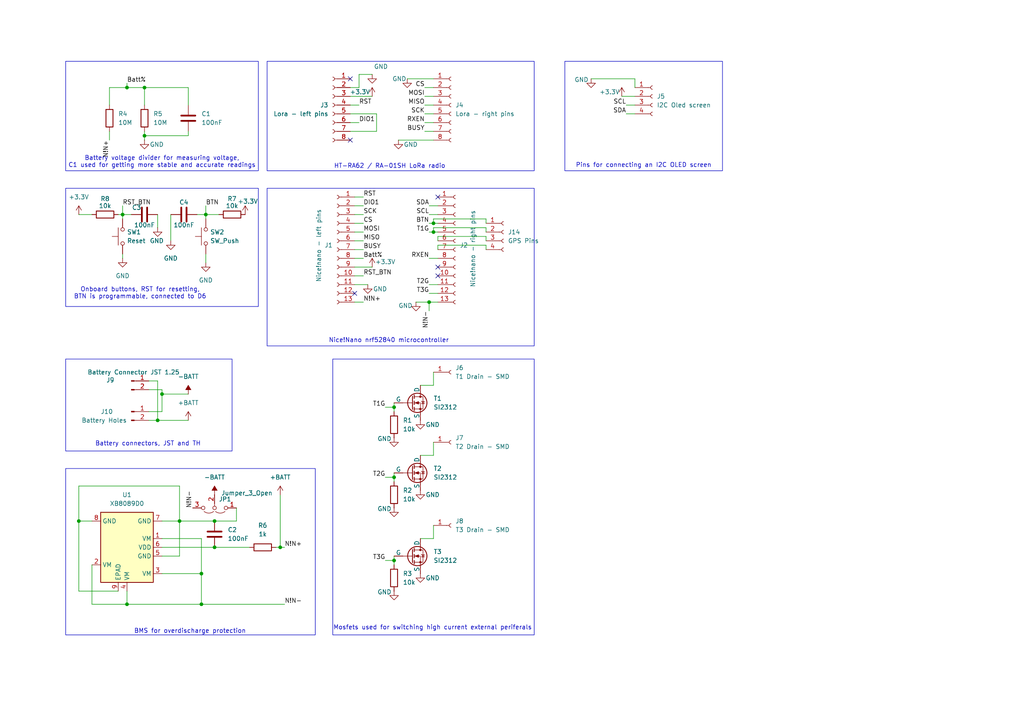
<source format=kicad_sch>
(kicad_sch (version 20250114) (generator "eeschema") (generator_version "9.0")
  (paper "A4")
  (title_block (title "fakeTec v5") (date "2025-03-19") (rev "2"))
  (lib_symbols
    (symbol "Connector:Conn_01x01_Socket" (pin_names (offset 1.016) (hide yes))
      (property "Reference" "J" (at 0 2.54 0))
      (property "Value" "Conn_01x01_Socket" (at 0 -2.54 0))
      (symbol "Conn_01x01_Socket_1_1"
        (polyline (pts (xy -1.27 0) (xy -0.508 0)) (stroke (width 0.1524)))
        (arc (start 0 -0.508) (mid -0.5058 0) (end 0 0.508) (stroke (width 0.1524)))
        (pin passive line (at -5.08 0 0) (length 3.81) (name "Pin_1") (number "1"))
      )
    )
    (symbol "Connector:Conn_01x02_Pin" (pin_names (offset 1.016) (hide yes))
      (property "Reference" "J" (at 0 2.54 0))
      (property "Value" "Conn_01x02_Pin" (at 0 -5.08 0))
      (symbol "Conn_01x02_Pin_1_1"
        (rectangle (start 0.8636 0.127) (end 0 -0.127) (stroke (width 0.1524)) (fill (type outline)))
        (rectangle (start 0.8636 -2.413) (end 0 -2.667) (stroke (width 0.1524)) (fill (type outline)))
        (polyline (pts (xy 1.27 0) (xy 0.8636 0)) (stroke (width 0.1524)))
        (polyline (pts (xy 1.27 -2.54) (xy 0.8636 -2.54)) (stroke (width 0.1524)))
        (pin passive line (at 5.08 0 180) (length 3.81) (name "Pin_1") (number "1"))
        (pin passive line (at 5.08 -2.54 180) (length 3.81) (name "Pin_2") (number "2"))
      )
    )
    (symbol "Connector:Conn_01x04_Socket" (pin_names (offset 1.016) (hide yes))
      (property "Reference" "J" (at 0 5.08 0))
      (property "Value" "Conn_01x04_Socket" (at 0 -7.62 0))
      (symbol "Conn_01x04_Socket_1_1"
        (polyline (pts (xy -1.27 2.54) (xy -0.508 2.54)) (stroke (width 0.1524)))
        (polyline (pts (xy -1.27 0) (xy -0.508 0)) (stroke (width 0.1524)))
        (polyline (pts (xy -1.27 -2.54) (xy -0.508 -2.54)) (stroke (width 0.1524)))
        (polyline (pts (xy -1.27 -5.08) (xy -0.508 -5.08)) (stroke (width 0.1524)))
        (arc (start 0 2.032) (mid -0.5058 2.54) (end 0 3.048) (stroke (width 0.1524)))
        (arc (start 0 -0.508) (mid -0.5058 0) (end 0 0.508) (stroke (width 0.1524)))
        (arc (start 0 -3.048) (mid -0.5058 -2.54) (end 0 -2.032) (stroke (width 0.1524)))
        (arc (start 0 -5.588) (mid -0.5058 -5.08) (end 0 -4.572) (stroke (width 0.1524)))
        (pin passive line (at -5.08 2.54 0) (length 3.81) (name "Pin_1") (number "1"))
        (pin passive line (at -5.08 0 0) (length 3.81) (name "Pin_2") (number "2"))
        (pin passive line (at -5.08 -2.54 0) (length 3.81) (name "Pin_3") (number "3"))
        (pin passive line (at -5.08 -5.08 0) (length 3.81) (name "Pin_4") (number "4"))
      )
    )
    (symbol "Connector:Conn_01x08_Socket" (pin_names (offset 1.016) (hide yes))
      (property "Reference" "J" (at 0 10.16 0))
      (property "Value" "Conn_01x08_Socket" (at 0 -12.7 0))
      (symbol "Conn_01x08_Socket_1_1"
        (polyline (pts (xy -1.27 7.62) (xy -0.508 7.62)) (stroke (width 0.1524)))
        (polyline (pts (xy -1.27 5.08) (xy -0.508 5.08)) (stroke (width 0.1524)))
        (polyline (pts (xy -1.27 2.54) (xy -0.508 2.54)) (stroke (width 0.1524)))
        (polyline (pts (xy -1.27 0) (xy -0.508 0)) (stroke (width 0.1524)))
        (polyline (pts (xy -1.27 -2.54) (xy -0.508 -2.54)) (stroke (width 0.1524)))
        (polyline (pts (xy -1.27 -5.08) (xy -0.508 -5.08)) (stroke (width 0.1524)))
        (polyline (pts (xy -1.27 -7.62) (xy -0.508 -7.62)) (stroke (width 0.1524)))
        (polyline (pts (xy -1.27 -10.16) (xy -0.508 -10.16)) (stroke (width 0.1524)))
        (arc (start 0 7.112) (mid -0.5058 7.62) (end 0 8.128) (stroke (width 0.1524)))
        (arc (start 0 4.572) (mid -0.5058 5.08) (end 0 5.588) (stroke (width 0.1524)))
        (arc (start 0 2.032) (mid -0.5058 2.54) (end 0 3.048) (stroke (width 0.1524)))
        (arc (start 0 -0.508) (mid -0.5058 0) (end 0 0.508) (stroke (width 0.1524)))
        (arc (start 0 -3.048) (mid -0.5058 -2.54) (end 0 -2.032) (stroke (width 0.1524)))
        (arc (start 0 -5.588) (mid -0.5058 -5.08) (end 0 -4.572) (stroke (width 0.1524)))
        (arc (start 0 -8.128) (mid -0.5058 -7.62) (end 0 -7.112) (stroke (width 0.1524)))
        (arc (start 0 -10.668) (mid -0.5058 -10.16) (end 0 -9.652) (stroke (width 0.1524)))
        (pin passive line (at -5.08 7.62 0) (length 3.81) (name "Pin_1") (number "1"))
        (pin passive line (at -5.08 5.08 0) (length 3.81) (name "Pin_2") (number "2"))
        (pin passive line (at -5.08 2.54 0) (length 3.81) (name "Pin_3") (number "3"))
        (pin passive line (at -5.08 0 0) (length 3.81) (name "Pin_4") (number "4"))
        (pin passive line (at -5.08 -2.54 0) (length 3.81) (name "Pin_5") (number "5"))
        (pin passive line (at -5.08 -5.08 0) (length 3.81) (name "Pin_6") (number "6"))
        (pin passive line (at -5.08 -7.62 0) (length 3.81) (name "Pin_7") (number "7"))
        (pin passive line (at -5.08 -10.16 0) (length 3.81) (name "Pin_8") (number "8"))
      )
    )
    (symbol "Connector:Conn_01x13_Socket" (pin_names (offset 1.016) (hide yes))
      (property "Reference" "J" (at 0 17.78 0))
      (property "Value" "Conn_01x13_Socket" (at 0 -17.78 0))
      (symbol "Conn_01x13_Socket_1_1"
        (polyline (pts (xy -1.27 15.24) (xy -0.508 15.24)) (stroke (width 0.1524)))
        (polyline (pts (xy -1.27 12.7) (xy -0.508 12.7)) (stroke (width 0.1524)))
        (polyline (pts (xy -1.27 10.16) (xy -0.508 10.16)) (stroke (width 0.1524)))
        (polyline (pts (xy -1.27 7.62) (xy -0.508 7.62)) (stroke (width 0.1524)))
        (polyline (pts (xy -1.27 5.08) (xy -0.508 5.08)) (stroke (width 0.1524)))
        (polyline (pts (xy -1.27 2.54) (xy -0.508 2.54)) (stroke (width 0.1524)))
        (polyline (pts (xy -1.27 0) (xy -0.508 0)) (stroke (width 0.1524)))
        (polyline (pts (xy -1.27 -2.54) (xy -0.508 -2.54)) (stroke (width 0.1524)))
        (polyline (pts (xy -1.27 -5.08) (xy -0.508 -5.08)) (stroke (width 0.1524)))
        (polyline (pts (xy -1.27 -7.62) (xy -0.508 -7.62)) (stroke (width 0.1524)))
        (polyline (pts (xy -1.27 -10.16) (xy -0.508 -10.16)) (stroke (width 0.1524)))
        (polyline (pts (xy -1.27 -12.7) (xy -0.508 -12.7)) (stroke (width 0.1524)))
        (polyline (pts (xy -1.27 -15.24) (xy -0.508 -15.24)) (stroke (width 0.1524)))
        (arc (start 0 14.732) (mid -0.5058 15.24) (end 0 15.748) (stroke (width 0.1524)))
        (arc (start 0 12.192) (mid -0.5058 12.7) (end 0 13.208) (stroke (width 0.1524)))
        (arc (start 0 9.652) (mid -0.5058 10.16) (end 0 10.668) (stroke (width 0.1524)))
        (arc (start 0 7.112) (mid -0.5058 7.62) (end 0 8.128) (stroke (width 0.1524)))
        (arc (start 0 4.572) (mid -0.5058 5.08) (end 0 5.588) (stroke (width 0.1524)))
        (arc (start 0 2.032) (mid -0.5058 2.54) (end 0 3.048) (stroke (width 0.1524)))
        (arc (start 0 -0.508) (mid -0.5058 0) (end 0 0.508) (stroke (width 0.1524)))
        (arc (start 0 -3.048) (mid -0.5058 -2.54) (end 0 -2.032) (stroke (width 0.1524)))
        (arc (start 0 -5.588) (mid -0.5058 -5.08) (end 0 -4.572) (stroke (width 0.1524)))
        (arc (start 0 -8.128) (mid -0.5058 -7.62) (end 0 -7.112) (stroke (width 0.1524)))
        (arc (start 0 -10.668) (mid -0.5058 -10.16) (end 0 -9.652) (stroke (width 0.1524)))
        (arc (start 0 -13.208) (mid -0.5058 -12.7) (end 0 -12.192) (stroke (width 0.1524)))
        (arc (start 0 -15.748) (mid -0.5058 -15.24) (end 0 -14.732) (stroke (width 0.1524)))
        (pin passive line (at -5.08 15.24 0) (length 3.81) (name "Pin_1") (number "1"))
        (pin passive line (at -5.08 12.7 0) (length 3.81) (name "Pin_2") (number "2"))
        (pin passive line (at -5.08 10.16 0) (length 3.81) (name "Pin_3") (number "3"))
        (pin passive line (at -5.08 7.62 0) (length 3.81) (name "Pin_4") (number "4"))
        (pin passive line (at -5.08 5.08 0) (length 3.81) (name "Pin_5") (number "5"))
        (pin passive line (at -5.08 2.54 0) (length 3.81) (name "Pin_6") (number "6"))
        (pin passive line (at -5.08 0 0) (length 3.81) (name "Pin_7") (number "7"))
        (pin passive line (at -5.08 -2.54 0) (length 3.81) (name "Pin_8") (number "8"))
        (pin passive line (at -5.08 -5.08 0) (length 3.81) (name "Pin_9") (number "9"))
        (pin passive line (at -5.08 -7.62 0) (length 3.81) (name "Pin_10") (number "10"))
        (pin passive line (at -5.08 -10.16 0) (length 3.81) (name "Pin_11") (number "11"))
        (pin passive line (at -5.08 -12.7 0) (length 3.81) (name "Pin_12") (number "12"))
        (pin passive line (at -5.08 -15.24 0) (length 3.81) (name "Pin_13") (number "13"))
      )
    )
    (symbol "Device:C" (pin_numbers (hide yes)) (pin_names (offset 0.254))
      (property "Reference" "C" (at 0.635 2.54 0))
      (property "Value" "C" (at 0.635 -2.54 0))
      (symbol "C_0_1"
        (polyline (pts (xy -2.032 0.762) (xy 2.032 0.762)) (stroke (width 0.508)))
        (polyline (pts (xy -2.032 -0.762) (xy 2.032 -0.762)) (stroke (width 0.508)))
      )
      (symbol "C_1_1"
        (pin passive line (at 0 3.81 270) (length 2.794) (name "~") (number "1"))
        (pin passive line (at 0 -3.81 90) (length 2.794) (name "~") (number "2"))
      )
    )
    (symbol "Device:R" (pin_numbers (hide yes)) (pin_names (offset 0))
      (property "Reference" "R" (at 2.032 0 90))
      (property "Value" "R" (at 0 0 90))
      (symbol "R_0_1"
        (rectangle (start -1.016 -2.54) (end 1.016 2.54) (stroke (width 0.254)))
      )
      (symbol "R_1_1"
        (pin passive line (at 0 3.81 270) (length 1.27) (name "~") (number "1"))
        (pin passive line (at 0 -3.81 90) (length 1.27) (name "~") (number "2"))
      )
    )
    (symbol "Jumper:Jumper_3_Open" (pin_names (offset 0) (hide yes)) (exclude_from_sim yes) (in_bom no)
      (property "Reference" "JP" (at -2.54 -2.54 0))
      (property "Value" "Jumper_3_Open" (at 0 2.794 0))
      (symbol "Jumper_3_Open_0_0"
        (circle (center -3.302 0) (radius 0.508))
        (circle (center 0 0) (radius 0.508))
        (circle (center 3.302 0) (radius 0.508))
      )
      (symbol "Jumper_3_Open_0_1"
        (arc (start -3.048 1.016) (mid -1.651 1.4992) (end -0.254 1.016))
        (polyline (pts (xy 0 -0.508) (xy 0 -1.27)))
        (arc (start 0.254 1.016) (mid 1.651 1.4992) (end 3.048 1.016))
      )
      (symbol "Jumper_3_Open_1_1"
        (pin passive line (at -6.35 0 0) (length 2.54) (name "A") (number "1"))
        (pin passive line (at 0 -3.81 90) (length 2.54) (name "C") (number "2"))
        (pin passive line (at 6.35 0 180) (length 2.54) (name "B") (number "3"))
      )
    )
    (symbol "Regulator_Switching:LM25085MY"
      (property "Reference" "U1" (at 0 15.24 0))
      (property "Value" "XB8089D0" (at 0 12.7 0))
      (symbol "LM25085MY_0_1"
        (rectangle (start -7.62 10.16) (end 7.62 -10.16) (stroke (width 0.254)) (fill (type background)))
      )
      (symbol "LM25085MY_1_1"
        (pin passive line (at -10.16 7.62 0) (length 2.54) (name "GND") (number "8"))
        (pin bidirectional line (at -10.16 -5.08 0) (length 2.54) (name "VM") (number "2"))
        (pin passive line (at -2.54 -12.7 90) (length 2.54) (name "EPAD") (number "9"))
        (pin bidirectional line (at 0 -12.7 90) (length 2.54) (name "VM") (number "4"))
        (pin passive line (at 10.16 7.62 180) (length 2.54) (name "GND") (number "7"))
        (pin bidirectional line (at 10.16 2.54 180) (length 2.54) (name "VM") (number "1"))
        (pin power_in line (at 10.16 0 180) (length 2.54) (name "VDD") (number "6"))
        (pin passive line (at 10.16 -2.54 180) (length 2.54) (name "GND") (number "5"))
        (pin bidirectional line (at 10.16 -7.62 180) (length 2.54) (name "VM") (number "3"))
      )
    )
    (symbol "Simulation_SPICE:NMOS" (pin_numbers (hide yes)) (pin_names (offset 0))
      (property "Reference" "Q" (at 5.08 1.27 0))
      (property "Value" "NMOS" (at 5.08 -1.27 0))
      (symbol "NMOS_0_1"
        (polyline (pts (xy 0.254 1.905) (xy 0.254 -1.905)) (stroke (width 0.254)))
        (polyline (pts (xy 0.254 0) (xy -2.54 0)))
        (polyline (pts (xy 0.762 2.286) (xy 0.762 1.27)) (stroke (width 0.254)))
        (polyline (pts (xy 0.762 0.508) (xy 0.762 -0.508)) (stroke (width 0.254)))
        (polyline (pts (xy 0.762 -1.27) (xy 0.762 -2.286)) (stroke (width 0.254)))
        (polyline (pts (xy 0.762 -1.778) (xy 3.302 -1.778) (xy 3.302 1.778) (xy 0.762 1.778)))
        (polyline (pts (xy 1.016 0) (xy 2.032 0.381) (xy 2.032 -0.381) (xy 1.016 0)) (fill (type outline)))
        (circle (center 1.651 0) (radius 2.794) (stroke (width 0.254)))
        (polyline (pts (xy 2.54 2.54) (xy 2.54 1.778)))
        (circle (center 2.54 1.778) (radius 0.254) (fill (type outline)))
        (circle (center 2.54 -1.778) (radius 0.254) (fill (type outline)))
        (polyline (pts (xy 2.54 -2.54) (xy 2.54 0) (xy 0.762 0)))
        (polyline (pts (xy 2.794 0.508) (xy 2.921 0.381) (xy 3.683 0.381) (xy 3.81 0.254)))
        (polyline (pts (xy 3.302 0.381) (xy 2.921 -0.254) (xy 3.683 -0.254) (xy 3.302 0.381)))
      )
      (symbol "NMOS_1_1"
        (pin input line (at -5.08 0 0) (length 2.54) (name "G") (number "2"))
        (pin passive line (at 2.54 5.08 270) (length 2.54) (name "D") (number "1"))
        (pin passive line (at 2.54 -5.08 90) (length 2.54) (name "S") (number "3"))
      )
    )
    (symbol "Switch:SW_Push" (pin_numbers (hide yes)) (pin_names (offset 1.016) (hide yes))
      (property "Reference" "SW" (at 1.27 2.54 0))
      (property "Value" "SW_Push" (at 0 -1.524 0))
      (symbol "SW_Push_0_1"
        (circle (center -2.032 0) (radius 0.508))
        (polyline (pts (xy 0 1.27) (xy 0 3.048)))
        (circle (center 2.032 0) (radius 0.508))
        (polyline (pts (xy 2.54 1.27) (xy -2.54 1.27)))
        (pin passive line (at -5.08 0 0) (length 2.54) (name "1") (number "1"))
        (pin passive line (at 5.08 0 180) (length 2.54) (name "2") (number "2"))
      )
    )
    (symbol "power:+3.3V" (power) (pin_numbers (hide yes)) (pin_names (offset 0) (hide yes))
      (property "Value" "+3.3V" (at 0 3.556 0))
      (symbol "+3.3V_0_1"
        (polyline (pts (xy -0.762 1.27) (xy 0 2.54)))
        (polyline (pts (xy 0 2.54) (xy 0.762 1.27)))
        (polyline (pts (xy 0 0) (xy 0 2.54)))
      )
      (symbol "+3.3V_1_1"
        (pin power_in line (at 0 0 90) (length 0) (name "~") (number "1"))
      )
    )
    (symbol "power:+BATT" (power) (pin_numbers (hide yes)) (pin_names (offset 0) (hide yes))
      (property "Value" "+BATT" (at 0 3.556 0))
      (symbol "+BATT_0_1"
        (polyline (pts (xy -0.762 1.27) (xy 0 2.54)))
        (polyline (pts (xy 0 2.54) (xy 0.762 1.27)))
        (polyline (pts (xy 0 0) (xy 0 2.54)))
      )
      (symbol "+BATT_1_1"
        (pin power_in line (at 0 0 90) (length 0) (name "~") (number "1"))
      )
    )
    (symbol "power:-BATT" (power) (pin_numbers (hide yes)) (pin_names (offset 0) (hide yes))
      (property "Value" "-BATT" (at 0 3.556 0))
      (symbol "-BATT_0_1"
        (polyline (pts (xy 0 0) (xy 0 2.54)))
        (polyline (pts (xy 0.762 1.27) (xy -0.762 1.27) (xy 0 2.54) (xy 0.762 1.27)) (fill (type outline)))
      )
      (symbol "-BATT_1_1"
        (pin power_in line (at 0 0 90) (length 0) (name "~") (number "1"))
      )
    )
    (symbol "power:GND" (power) (pin_numbers (hide yes)) (pin_names (offset 0) (hide yes))
      (property "Value" "GND" (at 0 -3.81 0))
      (symbol "GND_0_1"
        (polyline (pts (xy 0 0) (xy 0 -1.27) (xy 1.27 -1.27) (xy 0 -2.54) (xy -1.27 -1.27) (xy 0 -1.27)))
      )
      (symbol "GND_1_1"
        (pin power_in line (at 0 0 270) (length 0) (name "~") (number "1"))
      )
    )
  )
  (rectangle (start 19.05 17.78) (end 74.93 49.53))
  (rectangle (start 163.83 17.78) (end 209.55 49.53))
  (rectangle (start 77.47 17.78) (end 154.94 49.53))
  (rectangle (start 19.05 54.61) (end 74.93 88.9))
  (rectangle (start 96.52 104.14) (end 154.94 184.15))
  (rectangle (start 19.05 104.14) (end 67.31 130.81))
  (rectangle (start 77.47 54.61) (end 154.94 100.33))
  (rectangle (start 19.05 135.89) (end 91.44 184.15))
  (text "Nice!Nano nrf52840 microcontroller\n" (at 112.776 98.806 0) (effects (font (size 1.27 1.27))))
  (text "Mosfets used for switching high current external periferals" (at 125.476 182.118 0) (effects (font (size 1.27 1.27))))
  (text "BMS for overdischarge protection" (at 55.118 183.134 0) (effects (font (size 1.27 1.27))))
  (text "Battery voltage divider for measuring voltage,\nC1 used for getting more stable and accurate readings" (at 46.99 46.99 0) (effects (font (size 1.27 1.27))))
  (text "HT-RA62 / RA-01SH LoRa radio" (at 113.03 48.26 0) (effects (font (size 1.27 1.27))))
  (text "Onboard buttons, RST for resetting,\nBTN is programmable, connected to D6\n\n" (at 40.64 86.106 0) (effects (font (size 1.27 1.27))))
  (text "Battery connectors, JST and TH\n\n" (at 42.926 129.794 0) (effects (font (size 1.27 1.27))))
  (text "Pins for connecting an I2C OLED screen\n" (at 186.69 48.006 0) (effects (font (size 1.27 1.27))))
  (junction (at 59.69 62.23))
  (junction (at 114.3 162.56))
  (junction (at 81.28 158.75))
  (junction (at 62.23 158.75))
  (junction (at 58.42 175.26))
  (junction (at 124.46 87.63))
  (junction (at 125.73 64.77))
  (junction (at 22.86 151.13))
  (junction (at 114.3 138.43))
  (junction (at 36.83 25.4))
  (junction (at 41.91 25.4))
  (junction (at 36.83 175.26))
  (junction (at 58.42 166.37))
  (junction (at 125.73 67.31))
  (junction (at 52.07 151.13))
  (junction (at 62.23 151.13))
  (junction (at 46.99 114.3))
  (junction (at 45.72 121.92))
  (junction (at 35.56 62.23))
  (junction (at 41.91 39.37))
  (junction (at 114.3 118.11))
  (no_connect (at 127 80.01))
  (no_connect (at 101.6 40.64))
  (no_connect (at 127 77.47))
  (no_connect (at 127 57.15))
  (no_connect (at 101.6 22.86))
  (no_connect (at 102.87 85.09))
  (wire (pts (xy 62.23 151.13) (xy 68.58 151.13)))
  (wire (pts (xy 54.61 30.48) (xy 54.61 25.4)))
  (wire (pts (xy 123.19 33.02) (xy 125.73 33.02)))
  (wire (pts (xy 35.56 59.69) (xy 35.56 62.23)))
  (wire (pts (xy 123.19 38.1) (xy 125.73 38.1)))
  (wire (pts (xy 102.87 82.55) (xy 106.68 82.55)))
  (wire (pts (xy 46.99 113.03) (xy 46.99 114.3)))
  (wire (pts (xy 34.29 171.45) (xy 22.86 171.45)))
  (wire (pts (xy 46.99 113.03) (xy 43.18 113.03)))
  (wire (pts (xy 81.28 158.75) (xy 82.55 158.75)))
  (wire (pts (xy 102.87 64.77) (xy 105.41 64.77)))
  (wire (pts (xy 102.87 59.69) (xy 105.41 59.69)))
  (wire (pts (xy 31.75 38.1) (xy 31.75 40.64)))
  (wire (pts (xy 46.99 161.29) (xy 52.07 161.29)))
  (wire (pts (xy 114.3 138.43) (xy 114.3 139.7)))
  (wire (pts (xy 41.91 39.37) (xy 54.61 39.37)))
  (wire (pts (xy 101.6 33.02) (xy 109.22 33.02)))
  (wire (pts (xy 46.99 151.13) (xy 52.07 151.13)))
  (wire (pts (xy 54.61 25.4) (xy 41.91 25.4)))
  (wire (pts (xy 125.73 67.31) (xy 125.73 66.04)))
  (wire (pts (xy 31.75 25.4) (xy 31.75 30.48)))
  (wire (pts (xy 52.07 161.29) (xy 52.07 151.13)))
  (wire (pts (xy 45.72 121.92) (xy 54.61 121.92)))
  (wire (pts (xy 114.3 116.84) (xy 114.3 118.11)))
  (wire (pts (xy 34.29 62.23) (xy 35.56 62.23)))
  (wire (pts (xy 184.15 22.86) (xy 184.15 25.4)))
  (wire (pts (xy 124.46 82.55) (xy 127 82.55)))
  (wire (pts (xy 68.58 147.32) (xy 68.58 151.13)))
  (wire (pts (xy 124.46 59.69) (xy 127 59.69)))
  (wire (pts (xy 127 68.58) (xy 140.97 68.58)))
  (wire (pts (xy 140.97 68.58) (xy 140.97 69.85)))
  (wire (pts (xy 45.72 110.49) (xy 43.18 110.49)))
  (wire (pts (xy 101.6 25.4) (xy 104.14 25.4)))
  (wire (pts (xy 181.61 30.48) (xy 184.15 30.48)))
  (wire (pts (xy 102.87 67.31) (xy 105.41 67.31)))
  (wire (pts (xy 58.42 166.37) (xy 58.42 175.26)))
  (wire (pts (xy 109.22 33.02) (xy 109.22 38.1)))
  (wire (pts (xy 57.15 62.23) (xy 59.69 62.23)))
  (wire (pts (xy 125.73 63.5) (xy 140.97 63.5)))
  (wire (pts (xy 127 71.12) (xy 140.97 71.12)))
  (wire (pts (xy 46.99 166.37) (xy 58.42 166.37)))
  (wire (pts (xy 58.42 156.21) (xy 58.42 166.37)))
  (wire (pts (xy 35.56 62.23) (xy 35.56 63.5)))
  (wire (pts (xy 52.07 151.13) (xy 62.23 151.13)))
  (wire (pts (xy 124.46 62.23) (xy 127 62.23)))
  (wire (pts (xy 124.46 67.31) (xy 125.73 67.31)))
  (wire (pts (xy 124.46 64.77) (xy 125.73 64.77)))
  (wire (pts (xy 101.6 38.1) (xy 109.22 38.1)))
  (wire (pts (xy 140.97 71.12) (xy 140.97 72.39)))
  (wire (pts (xy 26.67 163.83) (xy 26.67 175.26)))
  (wire (pts (xy 118.11 22.86) (xy 125.73 22.86)))
  (wire (pts (xy 59.69 62.23) (xy 59.69 63.5)))
  (wire (pts (xy 102.87 87.63) (xy 105.41 87.63)))
  (wire (pts (xy 41.91 30.48) (xy 41.91 25.4)))
  (wire (pts (xy 115.57 40.64) (xy 125.73 40.64)))
  (wire (pts (xy 59.69 73.66) (xy 59.69 76.2)))
  (wire (pts (xy 180.34 27.94) (xy 184.15 27.94)))
  (wire (pts (xy 102.87 69.85) (xy 105.41 69.85)))
  (wire (pts (xy 124.46 87.63) (xy 124.46 90.17)))
  (wire (pts (xy 46.99 158.75) (xy 62.23 158.75)))
  (wire (pts (xy 49.53 62.23) (xy 49.53 69.85)))
  (wire (pts (xy 125.73 128.27) (xy 125.73 132.08)))
  (wire (pts (xy 36.83 171.45) (xy 36.83 175.26)))
  (wire (pts (xy 102.87 62.23) (xy 105.41 62.23)))
  (wire (pts (xy 43.18 121.92) (xy 45.72 121.92)))
  (wire (pts (xy 62.23 158.75) (xy 72.39 158.75)))
  (wire (pts (xy 54.61 38.1) (xy 54.61 39.37)))
  (wire (pts (xy 140.97 63.5) (xy 140.97 64.77)))
  (wire (pts (xy 114.3 137.16) (xy 114.3 138.43)))
  (wire (pts (xy 58.42 175.26) (xy 82.55 175.26)))
  (wire (pts (xy 114.3 162.56) (xy 114.3 163.83)))
  (wire (pts (xy 123.19 30.48) (xy 125.73 30.48)))
  (wire (pts (xy 102.87 80.01) (xy 105.41 80.01)))
  (wire (pts (xy 31.75 25.4) (xy 36.83 25.4)))
  (wire (pts (xy 46.99 114.3) (xy 54.61 114.3)))
  (wire (pts (xy 59.69 59.69) (xy 59.69 62.23)))
  (wire (pts (xy 26.67 175.26) (xy 36.83 175.26)))
  (wire (pts (xy 43.18 119.38) (xy 46.99 119.38)))
  (wire (pts (xy 104.14 30.48) (xy 101.6 30.48)))
  (wire (pts (xy 114.3 161.29) (xy 114.3 162.56)))
  (wire (pts (xy 22.86 140.97) (xy 52.07 140.97)))
  (wire (pts (xy 36.83 24.13) (xy 36.83 25.4)))
  (wire (pts (xy 102.87 72.39) (xy 105.41 72.39)))
  (wire (pts (xy 123.19 27.94) (xy 125.73 27.94)))
  (wire (pts (xy 123.19 25.4) (xy 125.73 25.4)))
  (wire (pts (xy 124.46 85.09) (xy 127 85.09)))
  (wire (pts (xy 102.87 74.93) (xy 105.41 74.93)))
  (wire (pts (xy 125.73 64.77) (xy 127 64.77)))
  (wire (pts (xy 171.45 22.86) (xy 184.15 22.86)))
  (wire (pts (xy 80.01 158.75) (xy 81.28 158.75)))
  (wire (pts (xy 59.69 62.23) (xy 63.5 62.23)))
  (wire (pts (xy 46.99 119.38) (xy 46.99 114.3)))
  (wire (pts (xy 41.91 38.1) (xy 41.91 39.37)))
  (wire (pts (xy 102.87 77.47) (xy 107.95 77.47)))
  (wire (pts (xy 41.91 39.37) (xy 41.91 40.64)))
  (wire (pts (xy 46.99 156.21) (xy 58.42 156.21)))
  (wire (pts (xy 125.73 156.21) (xy 121.92 156.21)))
  (wire (pts (xy 125.73 107.95) (xy 125.73 111.76)))
  (wire (pts (xy 125.73 67.31) (xy 127 67.31)))
  (wire (pts (xy 36.83 175.26) (xy 58.42 175.26)))
  (wire (pts (xy 125.73 132.08) (xy 121.92 132.08)))
  (wire (pts (xy 127 69.85) (xy 127 68.58)))
  (wire (pts (xy 22.86 171.45) (xy 22.86 151.13)))
  (wire (pts (xy 36.83 25.4) (xy 41.91 25.4)))
  (wire (pts (xy 22.86 62.23) (xy 26.67 62.23)))
  (wire (pts (xy 45.72 110.49) (xy 45.72 121.92)))
  (wire (pts (xy 111.76 138.43) (xy 114.3 138.43)))
  (wire (pts (xy 45.72 62.23) (xy 45.72 66.04)))
  (wire (pts (xy 102.87 57.15) (xy 105.41 57.15)))
  (wire (pts (xy 114.3 118.11) (xy 114.3 119.38)))
  (wire (pts (xy 101.6 27.94) (xy 107.95 27.94)))
  (wire (pts (xy 81.28 143.51) (xy 81.28 158.75)))
  (wire (pts (xy 26.67 151.13) (xy 22.86 151.13)))
  (wire (pts (xy 107.95 21.59) (xy 104.14 21.59)))
  (wire (pts (xy 35.56 62.23) (xy 38.1 62.23)))
  (wire (pts (xy 125.73 111.76) (xy 121.92 111.76)))
  (wire (pts (xy 104.14 21.59) (xy 104.14 25.4)))
  (wire (pts (xy 111.76 118.11) (xy 114.3 118.11)))
  (wire (pts (xy 125.73 64.77) (xy 125.73 63.5)))
  (wire (pts (xy 120.65 87.63) (xy 124.46 87.63)))
  (wire (pts (xy 181.61 33.02) (xy 184.15 33.02)))
  (wire (pts (xy 127 72.39) (xy 127 71.12)))
  (wire (pts (xy 35.56 73.66) (xy 35.56 74.93)))
  (wire (pts (xy 124.46 74.93) (xy 127 74.93)))
  (wire (pts (xy 140.97 66.04) (xy 140.97 67.31)))
  (wire (pts (xy 52.07 140.97) (xy 52.07 151.13)))
  (wire (pts (xy 124.46 87.63) (xy 127 87.63)))
  (wire (pts (xy 22.86 151.13) (xy 22.86 140.97)))
  (wire (pts (xy 101.6 35.56) (xy 104.14 35.56)))
  (wire (pts (xy 111.76 162.56) (xy 114.3 162.56)))
  (wire (pts (xy 123.19 35.56) (xy 125.73 35.56)))
  (wire (pts (xy 125.73 152.4) (xy 125.73 156.21)))
  (wire (pts (xy 125.73 66.04) (xy 140.97 66.04)))
  (label "RST_BTN" (at 35.56 59.69 0))
  (label "T2G" (at 111.76 138.43 180))
  (label "SCK" (at 123.19 33.02 180))
  (label "N!N-" (at 82.55 175.26 0))
  (label "T1G" (at 111.76 118.11 180))
  (label "BTN" (at 124.46 64.77 180))
  (label "T3G" (at 111.76 162.56 180))
  (label "RST" (at 104.14 30.48 0))
  (label "Batt%" (at 36.83 24.13 0))
  (label "N!N+" (at 31.75 40.64 270))
  (label "CS" (at 123.19 25.4 180))
  (label "Batt%" (at 105.41 74.93 0))
  (label "DIO1" (at 104.14 35.56 0))
  (label "N!N-" (at 55.88 147.32 90))
  (label "DIO1" (at 105.41 59.69 0))
  (label "RXEN" (at 124.46 74.93 180))
  (label "SCL" (at 124.46 62.23 180))
  (label "N!N+" (at 105.41 87.63 0))
  (label "SDA" (at 181.61 33.02 180))
  (label "BUSY" (at 123.19 38.1 180))
  (label "CS" (at 105.41 64.77 0))
  (label "RXEN" (at 123.19 35.56 180))
  (label "MISO" (at 105.41 69.85 0))
  (label "T2G" (at 124.46 82.55 180))
  (label "T3G" (at 124.46 85.09 180))
  (label "SCK" (at 105.41 62.23 0))
  (label "N!N+" (at 82.55 158.75 0))
  (label "RST_BTN" (at 105.41 80.01 0))
  (label "MISO" (at 123.19 30.48 180))
  (label "SDA" (at 124.46 59.69 180))
  (label "BUSY" (at 105.41 72.39 0))
  (label "N!N-" (at 124.46 90.17 270))
  (label "T1G" (at 124.46 67.31 180))
  (label "SCL" (at 181.61 30.48 180))
  (label "RST" (at 105.41 57.15 0))
  (label "MOSI" (at 123.19 27.94 180))
  (label "MOSI" (at 105.41 67.31 0))
  (label "BTN" (at 59.69 59.69 0))
  (symbol (lib_id "power:GND") (at 171.45 22.86 0) (unit 1)
    (property "Reference" "#PWR02" (effects (hide yes)))
    (property "Value" "GND" (at 168.656 23.114 0))
    (property "Description" "Power symbol creates a global label with name \"GND\" , ground" (effects (hide yes)))
  )
  (symbol (lib_id "Simulation_SPICE:NMOS") (at 119.38 161.29 0) (unit 1)
    (property "Reference" "T3" (at 125.73 160.0199 0) (effects (justify left)))
    (property "Value" "SI2312" (at 125.73 162.5599 0) (effects (justify left)))
    (property "Footprint" "SMD_PAD:TSOT-23_HandSoldering_Updated" (effects (hide yes)))
    (property "Datasheet" "https://ngspice.sourceforge.io/docs/ngspice-html-manual/manual.xhtml#cha_MOSFETs" (effects (hide yes)))
    (property "Description" "N-MOSFET transistor, drain/source/gate" (effects (hide yes)))
    (property "Sim.Device" "NMOS" (effects (hide yes)))
    (property "Sim.Type" "VDMOS" (effects (hide yes)))
    (property "Sim.Pins" "1=D 2=G 3=S" (effects (hide yes)))
  )
  (symbol (lib_id "power:GND") (at 114.3 147.32 0) (unit 1)
    (property "Reference" "#PWR012" (effects (hide yes)))
    (property "Value" "GND" (at 111.506 147.574 0))
    (property "Description" "Power symbol creates a global label with name \"GND\" , ground" (effects (hide yes)))
  )
  (symbol (lib_id "power:GND") (at 59.69 76.2 0) (unit 1)
    (property "Reference" "#PWR04" (effects (hide yes)))
    (property "Value" "GND" (at 59.69 81.28 0))
    (property "Description" "Power symbol creates a global label with name \"GND\" , ground" (effects (hide yes)))
  )
  (symbol (lib_id "power:GND") (at 41.91 40.64 0) (unit 1)
    (property "Reference" "#PWR017" (effects (hide yes)))
    (property "Value" "GND" (at 45.466 41.91 0))
    (property "Description" "Power symbol creates a global label with name \"GND\" , ground" (effects (hide yes)))
  )
  (symbol (lib_id "power:GND") (at 35.56 74.93 0) (unit 1)
    (property "Reference" "#PWR03" (effects (hide yes)))
    (property "Value" "GND" (at 35.56 80.01 0))
    (property "Description" "Power symbol creates a global label with name \"GND\" , ground" (effects (hide yes)))
  )
  (symbol (lib_id "power:-BATT") (at 54.61 114.3 0) (unit 1)
    (property "Reference" "#PWR020" (effects (hide yes)))
    (property "Value" "-BATT" (at 54.61 109.22 0))
    (property "Description" "Power symbol creates a global label with name \"-BATT\"" (effects (hide yes)))
  )
  (symbol (lib_id "Device:R") (at 76.2 158.75 90) (unit 1)
    (property "Reference" "R6" (at 76.2 152.4 90))
    (property "Value" "1k" (at 76.2 154.94 90))
    (property "Footprint" "Resistor_SMD:R_1206_3216Metric_Pad1.30x1.75mm_HandSolder" (effects (hide yes)))
    (property "Description" "Resistor" (effects (hide yes)))
  )
  (symbol (lib_id "Device:R") (at 41.91 34.29 0) (unit 1)
    (property "Reference" "R5" (at 44.45 33.0199 0) (effects (justify left)))
    (property "Value" "10M" (at 44.45 35.5599 0) (effects (justify left)))
    (property "Footprint" "Resistor_SMD:R_1206_3216Metric_Pad1.30x1.75mm_HandSolder" (effects (hide yes)))
    (property "Description" "Resistor" (effects (hide yes)))
  )
  (symbol (lib_id "Device:C") (at 54.61 34.29 0) (unit 1)
    (property "Reference" "C1" (at 58.42 33.0199 0) (effects (justify left)))
    (property "Value" "100nF" (at 58.42 35.5599 0) (effects (justify left)))
    (property "Footprint" "Capacitor_SMD:C_1206_3216Metric_Pad1.33x1.80mm_HandSolder" (effects (hide yes)))
    (property "Description" "Unpolarized capacitor" (effects (hide yes)))
  )
  (symbol (lib_id "power:GND") (at 121.92 142.24 0) (unit 1)
    (property "Reference" "#PWR015" (effects (hide yes)))
    (property "Value" "GND" (at 125.476 143.51 0))
    (property "Description" "Power symbol creates a global label with name \"GND\" , ground" (effects (hide yes)))
  )
  (symbol (lib_id "power:GND") (at 115.57 40.64 0) (unit 1)
    (property "Reference" "#PWR05" (effects (hide yes)))
    (property "Value" "GND" (at 119.126 41.91 0))
    (property "Description" "Power symbol creates a global label with name \"GND\" , ground" (effects (hide yes)))
  )
  (symbol (lib_id "power:+3.3V") (at 22.86 62.23 0) (unit 1)
    (property "Reference" "#PWR023" (effects (hide yes)))
    (property "Value" "+3.3V" (at 22.86 57.15 0))
    (property "Description" "Power symbol creates a global label with name \"+3.3V\"" (effects (hide yes)))
  )
  (symbol (lib_id "power:+3.3V") (at 71.12 62.23 0) (unit 1)
    (property "Reference" "#PWR024" (effects (hide yes)))
    (property "Value" "+3.3V" (at 71.882 58.42 0))
    (property "Description" "Power symbol creates a global label with name \"+3.3V\"" (effects (hide yes)))
  )
  (symbol (lib_id "Connector:Conn_01x01_Socket") (at 130.81 152.4 0) (unit 1)
    (property "Reference" "J8" (at 132.08 151.1299 0) (effects (justify left)))
    (property "Value" "T3 Drain - SMD" (at 132.08 153.6699 0) (effects (justify left)))
    (property "Footprint" "SMD_PAD:SMD_PAD_1x1" (effects (hide yes)))
    (property "Description" "Generic connector, single row, 01x01, script generated" (effects (hide yes)))
  )
  (symbol (lib_id "power:GND") (at 106.68 82.55 0) (unit 1)
    (property "Reference" "#PWR09" (effects (hide yes)))
    (property "Value" "GND" (at 110.236 83.82 0))
    (property "Description" "Power symbol creates a global label with name \"GND\" , ground" (effects (hide yes)))
  )
  (symbol (lib_id "Regulator_Switching:LM25085MY") (at 36.83 158.75 0) (unit 1)
    (property "Reference" "U1" (at 36.83 143.51 0))
    (property "Value" "XB8089D0" (at 36.83 146.05 0))
    (property "Footprint" "Package_SO:SOIC-8-1EP_3.9x4.9mm_P1.27mm_EP2.41x3.3mm" (effects (hide yes)))
    (property "Datasheet" "https://www.lcsc.com/datasheet/lcsc_datasheet_2410121637_XySemi-XB8089D0_C2760005.pdf" (effects (hide yes)))
    (property "Description" "2.9V~6V Lithium-ion/Polymer 1 SOP-8-EP Battery Management ROHS" (effects (hide yes)))
  )
  (symbol (lib_id "Device:R") (at 31.75 34.29 0) (unit 1)
    (property "Reference" "R4" (at 34.29 33.0199 0) (effects (justify left)))
    (property "Value" "10M" (at 34.29 35.5599 0) (effects (justify left)))
    (property "Footprint" "Resistor_SMD:R_1206_3216Metric_Pad1.30x1.75mm_HandSolder" (effects (hide yes)))
    (property "Description" "Resistor" (effects (hide yes)))
  )
  (symbol (lib_id "Device:R") (at 114.3 167.64 180) (unit 1)
    (property "Reference" "R3" (at 116.84 166.3699 0) (effects (justify right)))
    (property "Value" "10k" (at 116.84 168.9099 0) (effects (justify right)))
    (property "Footprint" "Resistor_SMD:R_1206_3216Metric_Pad1.30x1.75mm_HandSolder" (effects (hide yes)))
    (property "Description" "Resistor" (effects (hide yes)))
  )
  (symbol (lib_id "Switch:SW_Push") (at 59.69 68.58 90) (unit 1)
    (property "Reference" "SW2" (at 60.96 67.3099 90) (effects (justify right)))
    (property "Value" "SW_Push" (at 60.96 69.8499 90) (effects (justify right)))
    (property "Footprint" "Button_Switch_SMD:SW_Push_SPST_NO_Alps_SKRK" (effects (hide yes)))
    (property "Description" "Push button switch, generic, two pins" (effects (hide yes)))
  )
  (symbol (lib_id "Connector:Conn_01x01_Socket") (at 130.81 107.95 0) (unit 1)
    (property "Reference" "J6" (at 132.08 106.6799 0) (effects (justify left)))
    (property "Value" "T1 Drain - SMD" (at 132.08 109.2199 0) (effects (justify left)))
    (property "Footprint" "SMD_PAD:SMD_PAD_1x1" (effects (hide yes)))
    (property "Description" "Generic connector, single row, 01x01, script generated" (effects (hide yes)))
  )
  (symbol (lib_id "Device:R") (at 30.48 62.23 90) (unit 1)
    (property "Reference" "R8" (at 30.48 57.658 90))
    (property "Value" "10k" (at 30.48 59.69 90))
    (property "Footprint" "Resistor_SMD:R_1206_3216Metric_Pad1.30x1.75mm_HandSolder" (effects (hide yes)))
    (property "Description" "Resistor" (effects (hide yes)))
  )
  (symbol (lib_id "Device:C") (at 53.34 62.23 90) (unit 1)
    (property "Reference" "C4" (at 53.34 58.674 90))
    (property "Value" "100nF" (at 53.34 65.278 90))
    (property "Footprint" "Capacitor_SMD:C_1206_3216Metric_Pad1.33x1.80mm_HandSolder" (effects (hide yes)))
    (property "Description" "Unpolarized capacitor" (effects (hide yes)))
  )
  (symbol (lib_id "power:+3.3V") (at 107.95 77.47 0) (unit 1)
    (property "Reference" "#PWR08" (effects (hide yes)))
    (property "Value" "+3.3V" (at 111.76 75.946 0))
    (property "Description" "Power symbol creates a global label with name \"+3.3V\"" (effects (hide yes)))
  )
  (symbol (lib_id "Connector:Conn_01x08_Socket") (at 96.52 30.48 0) (mirror y) (unit 1)
    (property "Reference" "J3" (at 95.25 30.4799 0) (effects (justify left)))
    (property "Value" "Lora - left pins" (at 95.25 33.0199 0) (effects (justify left)))
    (property "Footprint" "SMD_PAD:SMD_Pad_Row_P2.00_8x1_longer" (effects (hide yes)))
    (property "Description" "Generic connector, single row, 01x08, script generated" (effects (hide yes)))
  )
  (symbol (lib_id "power:+BATT") (at 54.61 121.92 0) (unit 1)
    (property "Reference" "#PWR021" (effects (hide yes)))
    (property "Value" "+BATT" (at 54.61 116.84 0))
    (property "Description" "Power symbol creates a global label with name \"+BATT\"" (effects (hide yes)))
  )
  (symbol (lib_id "power:GND") (at 121.92 121.92 0) (unit 1)
    (property "Reference" "#PWR014" (effects (hide yes)))
    (property "Value" "GND" (at 125.476 123.19 0))
    (property "Description" "Power symbol creates a global label with name \"GND\" , ground" (effects (hide yes)))
  )
  (symbol (lib_id "power:GND") (at 120.65 87.63 0) (unit 1)
    (property "Reference" "#PWR010" (effects (hide yes)))
    (property "Value" "GND" (at 117.602 88.646 0))
    (property "Description" "Power symbol creates a global label with name \"GND\" , ground" (effects (hide yes)))
  )
  (symbol (lib_id "power:GND") (at 107.95 21.59 0) (unit 1)
    (property "Reference" "#PWR022" (effects (hide yes)))
    (property "Value" "GND" (at 110.49 19.304 0))
    (property "Description" "Power symbol creates a global label with name \"GND\" , ground" (effects (hide yes)))
  )
  (symbol (lib_id "power:+BATT") (at 81.28 143.51 0) (unit 1)
    (property "Reference" "#PWR018" (effects (hide yes)))
    (property "Value" "+BATT" (at 81.28 138.43 0))
    (property "Description" "Power symbol creates a global label with name \"+BATT\"" (effects (hide yes)))
  )
  (symbol (lib_id "Connector:Conn_01x02_Pin") (at 38.1 110.49 0) (unit 1)
    (property "Reference" "J9" (at 32.004 110.236 0))
    (property "Value" "Battery Connector JST 1.25" (at 38.735 107.95 0))
    (property "Footprint" "Connector_JST:JST_GH_SM02B-GHS-TB_1x02-1MP_P1.25mm_Horizontal" (effects (hide yes)))
    (property "Description" "Generic connector, single row, 01x02, script generated" (effects (hide yes)))
  )
  (symbol (lib_id "power:-BATT") (at 62.23 143.51 0) (unit 1)
    (property "Reference" "#PWR019" (effects (hide yes)))
    (property "Value" "-BATT" (at 62.23 138.43 0))
    (property "Description" "Power symbol creates a global label with name \"-BATT\"" (effects (hide yes)))
  )
  (symbol (lib_id "power:GND") (at 118.11 22.86 0) (unit 1)
    (property "Reference" "#PWR01" (effects (hide yes)))
    (property "Value" "GND" (at 115.824 22.86 0))
    (property "Description" "Power symbol creates a global label with name \"GND\" , ground" (effects (hide yes)))
  )
  (symbol (lib_id "Jumper:Jumper_3_Open") (at 62.23 147.32 180) (unit 1) (exclude_from_sim yes) (in_bom no)
    (property "Reference" "JP1" (at 65.278 144.78 0))
    (property "Value" "Jumper_3_Open" (at 71.628 143.002 0))
    (property "Footprint" "Jumper:SolderJumper-3_P1.3mm_Open_RoundedPad1.0x1.5mm" (effects (hide yes)))
    (property "Description" "Jumper, 3-pole, both open" (effects (hide yes)))
  )
  (symbol (lib_id "power:GND") (at 45.72 66.04 0) (unit 1)
    (property "Reference" "#PWR025" (effects (hide yes)))
    (property "Value" "GND" (at 45.466 69.85 0))
    (property "Description" "Power symbol creates a global label with name \"GND\" , ground" (effects (hide yes)))
  )
  (symbol (lib_id "power:+3.3V") (at 180.34 27.94 0) (unit 1)
    (property "Reference" "#PWR07" (effects (hide yes)))
    (property "Value" "+3.3V" (at 176.784 26.67 0))
    (property "Description" "Power symbol creates a global label with name \"+3.3V\"" (effects (hide yes)))
  )
  (symbol (lib_id "power:GND") (at 121.92 166.37 0) (unit 1)
    (property "Reference" "#PWR016" (effects (hide yes)))
    (property "Value" "GND" (at 125.476 167.64 0))
    (property "Description" "Power symbol creates a global label with name \"GND\" , ground" (effects (hide yes)))
  )
  (symbol (lib_id "Device:R") (at 114.3 143.51 180) (unit 1)
    (property "Reference" "R2" (at 116.84 142.2399 0) (effects (justify right)))
    (property "Value" "10k" (at 116.84 144.7799 0) (effects (justify right)))
    (property "Footprint" "Resistor_SMD:R_1206_3216Metric_Pad1.30x1.75mm_HandSolder" (effects (hide yes)))
    (property "Description" "Resistor" (effects (hide yes)))
  )
  (symbol (lib_id "power:GND") (at 49.53 69.85 0) (unit 1)
    (property "Reference" "#PWR026" (effects (hide yes)))
    (property "Value" "GND" (at 49.53 74.93 0))
    (property "Description" "Power symbol creates a global label with name \"GND\" , ground" (effects (hide yes)))
  )
  (symbol (lib_id "power:GND") (at 114.3 171.45 0) (unit 1)
    (property "Reference" "#PWR011" (effects (hide yes)))
    (property "Value" "GND" (at 111.506 171.704 0))
    (property "Description" "Power symbol creates a global label with name \"GND\" , ground" (effects (hide yes)))
  )
  (symbol (lib_id "Device:R") (at 67.31 62.23 90) (unit 1)
    (property "Reference" "R7" (at 67.31 57.658 90))
    (property "Value" "10k" (at 67.31 59.69 90))
    (property "Footprint" "Resistor_SMD:R_1206_3216Metric_Pad1.30x1.75mm_HandSolder" (effects (hide yes)))
    (property "Description" "Resistor" (effects (hide yes)))
  )
  (symbol (lib_id "Simulation_SPICE:NMOS") (at 119.38 137.16 0) (unit 1)
    (property "Reference" "T2" (at 125.73 135.8899 0) (effects (justify left)))
    (property "Value" "SI2312" (at 125.73 138.4299 0) (effects (justify left)))
    (property "Footprint" "SMD_PAD:TSOT-23_HandSoldering_Updated" (effects (hide yes)))
    (property "Datasheet" "https://ngspice.sourceforge.io/docs/ngspice-html-manual/manual.xhtml#cha_MOSFETs" (effects (hide yes)))
    (property "Description" "N-MOSFET transistor, drain/source/gate" (effects (hide yes)))
    (property "Sim.Device" "NMOS" (effects (hide yes)))
    (property "Sim.Type" "VDMOS" (effects (hide yes)))
    (property "Sim.Pins" "1=D 2=G 3=S" (effects (hide yes)))
  )
  (symbol (lib_id "Connector:Conn_01x04_Socket") (at 189.23 27.94 0) (unit 1)
    (property "Reference" "J5" (at 190.5 27.9399 0) (effects (justify left)))
    (property "Value" "I2C Oled screen" (at 190.5 30.4799 0) (effects (justify left)))
    (property "Footprint" "Connector_PinHeader_2.54mm:PinHeader_1x04_P2.54mm_Vertical" (effects (hide yes)))
    (property "Description" "Generic connector, single row, 01x04, script generated" (effects (hide yes)))
  )
  (symbol (lib_id "Switch:SW_Push") (at 35.56 68.58 90) (unit 1)
    (property "Reference" "SW1" (at 36.83 67.3099 90) (effects (justify right)))
    (property "Value" "Reset" (at 36.83 69.8499 90) (effects (justify right)))
    (property "Footprint" "Button_Switch_SMD:SW_Push_SPST_NO_Alps_SKRK" (effects (hide yes)))
    (property "Description" "Push button switch, generic, two pins" (effects (hide yes)))
  )
  (symbol (lib_id "power:+3.3V") (at 107.95 27.94 0) (unit 1)
    (property "Reference" "#PWR06" (effects (hide yes)))
    (property "Value" "+3.3V" (at 104.394 26.67 0))
    (property "Description" "Power symbol creates a global label with name \"+3.3V\"" (effects (hide yes)))
  )
  (symbol (lib_id "Simulation_SPICE:NMOS") (at 119.38 116.84 0) (unit 1)
    (property "Reference" "T1" (at 125.73 115.5699 0) (effects (justify left)))
    (property "Value" "SI2312" (at 125.73 118.1099 0) (effects (justify left)))
    (property "Footprint" "SMD_PAD:TSOT-23_HandSoldering_Updated" (effects (hide yes)))
    (property "Datasheet" "https://ngspice.sourceforge.io/docs/ngspice-html-manual/manual.xhtml#cha_MOSFETs" (effects (hide yes)))
    (property "Description" "N-MOSFET transistor, drain/source/gate" (effects (hide yes)))
    (property "Sim.Device" "NMOS" (effects (hide yes)))
    (property "Sim.Type" "VDMOS" (effects (hide yes)))
    (property "Sim.Pins" "1=G 2=S 3=D" (effects (hide yes)))
  )
  (symbol (lib_id "Device:R") (at 114.3 123.19 180) (unit 1)
    (property "Reference" "R1" (at 116.84 121.9199 0) (effects (justify right)))
    (property "Value" "10k" (at 116.84 124.4599 0) (effects (justify right)))
    (property "Footprint" "Resistor_SMD:R_1206_3216Metric_Pad1.30x1.75mm_HandSolder" (effects (hide yes)))
    (property "Description" "Resistor" (effects (hide yes)))
  )
  (symbol (lib_id "Connector:Conn_01x04_Socket") (at 146.05 67.31 0) (unit 1)
    (property "Reference" "J14" (at 147.32 67.3099 0) (effects (justify left)))
    (property "Value" "GPS Pins" (at 147.32 69.8499 0) (effects (justify left)))
    (property "Footprint" "SMD_PAD:SMD_PAD_4x1" (effects (hide yes)))
    (property "Description" "Generic connector, single row, 01x04, script generated" (effects (hide yes)))
  )
  (symbol (lib_id "Connector:Conn_01x08_Socket") (at 130.81 30.48 0) (unit 1)
    (property "Reference" "J4" (at 132.08 30.4799 0) (effects (justify left)))
    (property "Value" "Lora - right pins" (at 132.08 33.0199 0) (effects (justify left)))
    (property "Footprint" "SMD_PAD:SMD_Pad_Row_P2.00_8x1" (effects (hide yes)))
    (property "Description" "Generic connector, single row, 01x08, script generated" (effects (hide yes)))
  )
  (symbol (lib_id "power:GND") (at 114.3 127 0) (unit 1)
    (property "Reference" "#PWR013" (effects (hide yes)))
    (property "Value" "GND" (at 111.506 127.254 0))
    (property "Description" "Power symbol creates a global label with name \"GND\" , ground" (effects (hide yes)))
  )
  (symbol (lib_id "Connector:Conn_01x13_Socket") (at 132.08 72.39 0) (unit 1)
    (property "Reference" "J2" (at 133.35 71.1199 0) (effects (justify left)))
    (property "Value" "Nice!nano - right pins" (at 137.16 83.312 90) (effects (justify left)))
    (property "Footprint" "SMD_PAD:SMD_Pad_Row_P2.54_13x1" (effects (hide yes)))
    (property "Description" "Generic connector, single row, 01x13, script generated" (effects (hide yes)))
  )
  (symbol (lib_id "Device:C") (at 41.91 62.23 90) (unit 1)
    (property "Reference" "C3" (at 39.624 60.198 90))
    (property "Value" "100nF" (at 41.91 65.278 90))
    (property "Footprint" "Capacitor_SMD:C_1206_3216Metric_Pad1.33x1.80mm_HandSolder" (effects (hide yes)))
    (property "Description" "Unpolarized capacitor" (effects (hide yes)))
  )
  (symbol (lib_id "Connector:Conn_01x02_Pin") (at 38.1 119.38 0) (unit 1)
    (property "Reference" "J10" (at 30.988 119.38 0))
    (property "Value" "Battery Holes" (at 30.226 121.92 0))
    (property "Footprint" "Connector_PinHeader_2.54mm:PinHeader_1x02_P2.54mm_Vertical" (effects (hide yes)))
    (property "Description" "Generic connector, single row, 01x02, script generated" (effects (hide yes)))
  )
  (symbol (lib_id "Connector:Conn_01x13_Socket") (at 97.79 72.39 0) (mirror y) (unit 1)
    (property "Reference" "J1" (at 96.52 71.1199 0) (effects (justify left)))
    (property "Value" "Nice!nano - left pins" (at 92.456 81.788 90) (effects (justify left)))
    (property "Footprint" "SMD_PAD:SMD_Pad_Row_P2.54_13x1" (effects (hide yes)))
    (property "Description" "Generic connector, single row, 01x13, script generated" (effects (hide yes)))
  )
  (symbol (lib_id "Connector:Conn_01x01_Socket") (at 130.81 128.27 0) (unit 1)
    (property "Reference" "J7" (at 132.08 126.9999 0) (effects (justify left)))
    (property "Value" "T2 Drain - SMD" (at 132.08 129.5399 0) (effects (justify left)))
    (property "Footprint" "SMD_PAD:SMD_PAD_1x1" (effects (hide yes)))
    (property "Description" "Generic connector, single row, 01x01, script generated" (effects (hide yes)))
  )
  (symbol (lib_id "Device:C") (at 62.23 154.94 0) (unit 1)
    (property "Reference" "C2" (at 66.04 153.6699 0) (effects (justify left)))
    (property "Value" "100nF" (at 66.04 156.2099 0) (effects (justify left)))
    (property "Footprint" "Capacitor_SMD:C_1206_3216Metric_Pad1.33x1.80mm_HandSolder" (effects (hide yes)))
    (property "Description" "Unpolarized capacitor" (effects (hide yes)))
  )
)
</source>
